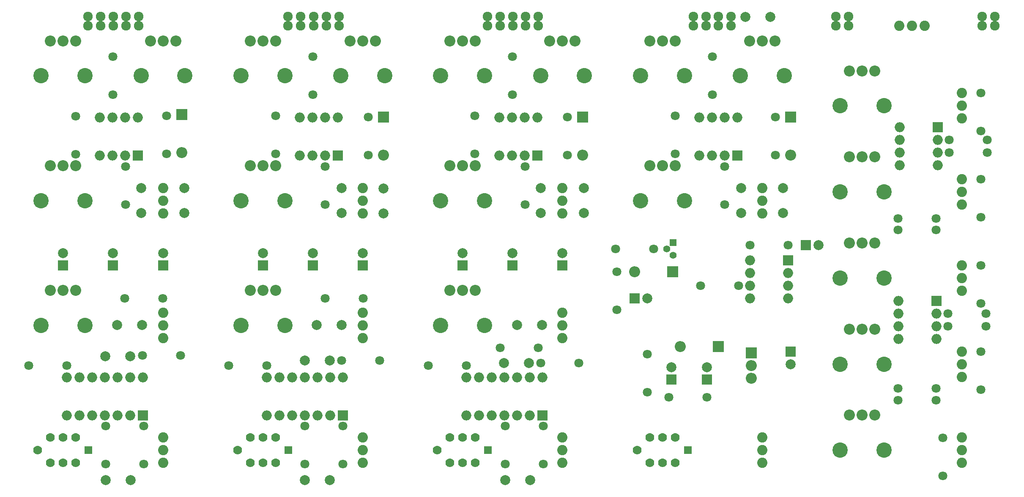
<source format=gbr>
%TF.GenerationSoftware,KiCad,Pcbnew,(2017-09-01 revision 8d1475135)-makepkg*%
%TF.CreationDate,2017-09-04T13:55:26-07:00*%
%TF.ProjectId,SM01,534D30312E6B696361645F7063620000,rev?*%
%TF.SameCoordinates,Original*%
%TF.FileFunction,Soldermask,Bot*%
%TF.FilePolarity,Negative*%
%FSLAX46Y46*%
G04 Gerber Fmt 4.6, Leading zero omitted, Abs format (unit mm)*
G04 Created by KiCad (PCBNEW (2017-09-01 revision 8d1475135)-makepkg) date 09/04/17 13:55:26*
%MOMM*%
%LPD*%
G01*
G04 APERTURE LIST*
%ADD10C,1.797000*%
%ADD11O,2.000000X2.000000*%
%ADD12R,2.000000X2.000000*%
%ADD13C,3.067000*%
%ADD14C,2.203400*%
%ADD15C,1.924000*%
%ADD16R,1.524000X1.524000*%
%ADD17C,1.778000*%
%ADD18C,2.000000*%
%ADD19O,2.200000X2.200000*%
%ADD20R,2.200000X2.200000*%
%ADD21C,2.051000*%
%ADD22R,1.400000X1.400000*%
%ADD23C,1.400000*%
G04 APERTURE END LIST*
D10*
%TO.C,R3*%
X100000000Y88810000D03*
X100000000Y81190000D03*
%TD*%
D11*
%TO.C,U4*%
X26000000Y24620000D03*
X10760000Y17000000D03*
X23460000Y24620000D03*
X13300000Y17000000D03*
X20920000Y24620000D03*
X15840000Y17000000D03*
X18380000Y24620000D03*
X18380000Y17000000D03*
X15840000Y24620000D03*
X20920000Y17000000D03*
X13300000Y24620000D03*
X23460000Y17000000D03*
X10760000Y24620000D03*
D12*
X26000000Y17000000D03*
%TD*%
D13*
%TO.C,DECAY1*%
X5605637Y60001843D03*
X14394037Y60001843D03*
D14*
X12539837Y67012243D03*
X9999837Y67012243D03*
X7459837Y67012243D03*
%TD*%
%TO.C,SENSE1*%
X7459837Y92012243D03*
X9999837Y92012243D03*
X12539837Y92012243D03*
D13*
X14394037Y85001843D03*
X5605637Y85001843D03*
%TD*%
D15*
%TO.C,J9*%
X62738000Y96901000D03*
X60198000Y96901000D03*
X62738000Y94996000D03*
X60198000Y94996000D03*
X65278000Y94996000D03*
X65278000Y96901000D03*
%TD*%
%TO.C,J8*%
X25146000Y96901000D03*
X25146000Y94996000D03*
X20066000Y94996000D03*
X22606000Y94996000D03*
X20066000Y96901000D03*
X22606000Y96901000D03*
%TD*%
%TO.C,J10*%
X102616000Y96901000D03*
X100076000Y96901000D03*
X102616000Y94996000D03*
X100076000Y94996000D03*
X105156000Y94996000D03*
X105156000Y96901000D03*
%TD*%
D16*
%TO.C,LEDSW4*%
X135080000Y10000000D03*
D17*
X124920000Y10000000D03*
X127460000Y7460000D03*
X130000000Y7460000D03*
X132540000Y7460000D03*
X127460000Y12540000D03*
X130000000Y12540000D03*
X132540000Y12540000D03*
%TD*%
%TO.C,LEDSW3*%
X92540000Y12540000D03*
X90000000Y12540000D03*
X87460000Y12540000D03*
X92540000Y7460000D03*
X90000000Y7460000D03*
X87460000Y7460000D03*
X84920000Y10000000D03*
D16*
X95080000Y10000000D03*
%TD*%
%TO.C,LEDSW1*%
X15080000Y10000000D03*
D17*
X4920000Y10000000D03*
X7460000Y7460000D03*
X10000000Y7460000D03*
X12540000Y7460000D03*
X7460000Y12540000D03*
X10000000Y12540000D03*
X12540000Y12540000D03*
%TD*%
%TO.C,LEDSW2*%
X52540000Y12540000D03*
X50000000Y12540000D03*
X47460000Y12540000D03*
X52540000Y7460000D03*
X50000000Y7460000D03*
X47460000Y7460000D03*
X44920000Y10000000D03*
D16*
X55080000Y10000000D03*
%TD*%
D10*
%TO.C,R50*%
X145288000Y42926000D03*
X137668000Y42926000D03*
%TD*%
D18*
%TO.C,C18*%
X23450000Y28860000D03*
X18450000Y28860000D03*
%TD*%
%TO.C,C27*%
X100918000Y35052000D03*
X105918000Y35052000D03*
%TD*%
%TO.C,C26*%
X65786000Y35052000D03*
X60786000Y35052000D03*
%TD*%
%TO.C,C25*%
X20828000Y35052000D03*
X25828000Y35052000D03*
%TD*%
%TO.C,C24*%
X146638000Y96774000D03*
X151638000Y96774000D03*
%TD*%
%TO.C,C23*%
X98552000Y4000000D03*
X103552000Y4000000D03*
%TD*%
%TO.C,C22*%
X63420000Y4000000D03*
X58420000Y4000000D03*
%TD*%
%TO.C,C21*%
X18542000Y4000000D03*
X23542000Y4000000D03*
%TD*%
%TO.C,C20*%
X103298000Y27432000D03*
X98298000Y27432000D03*
%TD*%
%TO.C,C19*%
X58420000Y27940000D03*
X63420000Y27940000D03*
%TD*%
%TO.C,C17*%
X154178000Y57484000D03*
X154178000Y62484000D03*
%TD*%
%TO.C,C16*%
X145796000Y62484000D03*
X145796000Y57484000D03*
%TD*%
%TO.C,C9*%
X114300000Y57484000D03*
X114300000Y62484000D03*
%TD*%
%TO.C,C8*%
X74168000Y62404000D03*
X74168000Y57404000D03*
%TD*%
%TO.C,C7*%
X34290000Y57520000D03*
X34290000Y62520000D03*
%TD*%
%TO.C,C6*%
X105664000Y62484000D03*
X105664000Y57484000D03*
%TD*%
%TO.C,C5*%
X65786000Y57484000D03*
X65786000Y62484000D03*
%TD*%
%TO.C,C4*%
X25654000Y62484000D03*
X25654000Y57484000D03*
%TD*%
%TO.C,C1*%
X155702000Y27218000D03*
D12*
X155702000Y29718000D03*
%TD*%
%TO.C,C2*%
X138938000Y24130000D03*
D18*
X138938000Y26630000D03*
%TD*%
%TO.C,C3*%
X131826000Y26630000D03*
D12*
X131826000Y24130000D03*
%TD*%
%TO.C,C28*%
X10000000Y47000000D03*
D18*
X10000000Y49500000D03*
%TD*%
%TO.C,C30*%
X90000000Y49500000D03*
D12*
X90000000Y47000000D03*
%TD*%
%TO.C,C31*%
X124460000Y40386000D03*
D18*
X126960000Y40386000D03*
%TD*%
%TO.C,C32*%
X161250000Y51054000D03*
D12*
X158750000Y51054000D03*
%TD*%
%TO.C,C29*%
X50000000Y47000000D03*
D18*
X50000000Y49500000D03*
%TD*%
%TO.C,C15*%
X100000000Y49500000D03*
D12*
X100000000Y47000000D03*
%TD*%
%TO.C,C10*%
X30000000Y47000000D03*
D18*
X30000000Y49500000D03*
%TD*%
%TO.C,C11*%
X70000000Y49500000D03*
D12*
X70000000Y47000000D03*
%TD*%
%TO.C,C12*%
X110000000Y47000000D03*
D18*
X110000000Y49500000D03*
%TD*%
%TO.C,C13*%
X20000000Y49500000D03*
D12*
X20000000Y47000000D03*
%TD*%
%TO.C,C14*%
X60000000Y47000000D03*
D18*
X60000000Y49500000D03*
%TD*%
D12*
%TO.C,U6*%
X106000000Y17000000D03*
D11*
X90760000Y24620000D03*
X103460000Y17000000D03*
X93300000Y24620000D03*
X100920000Y17000000D03*
X95840000Y24620000D03*
X98380000Y17000000D03*
X98380000Y24620000D03*
X95840000Y17000000D03*
X100920000Y24620000D03*
X93300000Y17000000D03*
X103460000Y24620000D03*
X90760000Y17000000D03*
X106000000Y24620000D03*
%TD*%
%TO.C,U5*%
X66000000Y24620000D03*
X50760000Y17000000D03*
X63460000Y24620000D03*
X53300000Y17000000D03*
X60920000Y24620000D03*
X55840000Y17000000D03*
X58380000Y24620000D03*
X58380000Y17000000D03*
X55840000Y24620000D03*
X60920000Y17000000D03*
X53300000Y24620000D03*
X63460000Y17000000D03*
X50760000Y24620000D03*
D12*
X66000000Y17000000D03*
%TD*%
D11*
%TO.C,U3*%
X105000000Y76620000D03*
X97380000Y69000000D03*
X102460000Y76620000D03*
X99920000Y69000000D03*
X99920000Y76620000D03*
X102460000Y69000000D03*
X97380000Y76620000D03*
D12*
X105000000Y69000000D03*
%TD*%
%TO.C,U2*%
X65000000Y69000000D03*
D11*
X57380000Y76620000D03*
X62460000Y69000000D03*
X59920000Y76620000D03*
X59920000Y69000000D03*
X62460000Y76620000D03*
X57380000Y69000000D03*
X65000000Y76620000D03*
%TD*%
%TO.C,U1*%
X25000000Y76620000D03*
X17380000Y69000000D03*
X22460000Y76620000D03*
X19920000Y69000000D03*
X19920000Y76620000D03*
X22460000Y69000000D03*
X17380000Y76620000D03*
D12*
X25000000Y69000000D03*
%TD*%
%TO.C,U8*%
X145000000Y69000000D03*
D11*
X137380000Y76620000D03*
X142460000Y69000000D03*
X139920000Y76620000D03*
X139920000Y69000000D03*
X142460000Y76620000D03*
X137380000Y69000000D03*
X145000000Y76620000D03*
%TD*%
%TO.C,U9*%
X177292000Y39878000D03*
X184912000Y32258000D03*
X177292000Y37338000D03*
X184912000Y34798000D03*
X177292000Y34798000D03*
X184912000Y37338000D03*
X177292000Y32258000D03*
D12*
X184912000Y39878000D03*
%TD*%
%TO.C,U10*%
X185166000Y74676000D03*
D11*
X177546000Y67056000D03*
X185166000Y72136000D03*
X177546000Y69596000D03*
X185166000Y69596000D03*
X177546000Y72136000D03*
X185166000Y67056000D03*
X177546000Y74676000D03*
%TD*%
%TO.C,U11*%
X147574000Y48006000D03*
X155194000Y40386000D03*
X147574000Y45466000D03*
X155194000Y42926000D03*
X147574000Y42926000D03*
X155194000Y45466000D03*
X147574000Y40386000D03*
D12*
X155194000Y48006000D03*
%TD*%
D19*
%TO.C,D2*%
X33782000Y69596000D03*
D20*
X33782000Y77216000D03*
%TD*%
%TO.C,D1*%
X141224000Y30734000D03*
D19*
X133604000Y30734000D03*
%TD*%
%TO.C,D5*%
X155702000Y69088000D03*
D20*
X155702000Y76708000D03*
%TD*%
%TO.C,D4*%
X114046000Y76708000D03*
D19*
X114046000Y69088000D03*
%TD*%
%TO.C,D6*%
X124460000Y45720000D03*
D20*
X132080000Y45720000D03*
%TD*%
%TO.C,D3*%
X74168000Y76708000D03*
D19*
X74168000Y69088000D03*
%TD*%
D13*
%TO.C,SENSE2*%
X45605637Y85001843D03*
X54394037Y85001843D03*
D14*
X52539837Y92012243D03*
X49999837Y92012243D03*
X47459837Y92012243D03*
%TD*%
%TO.C,SENSE3*%
X87459837Y92012243D03*
X89999837Y92012243D03*
X92539837Y92012243D03*
D13*
X94394037Y85001843D03*
X85605637Y85001843D03*
%TD*%
%TO.C,SENSE4*%
X125605637Y85001843D03*
X134394037Y85001843D03*
D14*
X132539837Y92012243D03*
X129999837Y92012243D03*
X127459837Y92012243D03*
%TD*%
%TO.C,ATTACK1*%
X27459837Y92012243D03*
X29999837Y92012243D03*
X32539837Y92012243D03*
D13*
X34394037Y85001843D03*
X25605637Y85001843D03*
%TD*%
%TO.C,ATTACK4*%
X145605637Y85001843D03*
X154394037Y85001843D03*
D14*
X152539837Y92012243D03*
X149999837Y92012243D03*
X147459837Y92012243D03*
%TD*%
%TO.C,ATTACK3*%
X107459837Y92012243D03*
X109999837Y92012243D03*
X112539837Y92012243D03*
D13*
X114394037Y85001843D03*
X105605637Y85001843D03*
%TD*%
%TO.C,ATTACK2*%
X65605637Y85001843D03*
X74394037Y85001843D03*
D14*
X72539837Y92012243D03*
X69999837Y92012243D03*
X67459837Y92012243D03*
%TD*%
%TO.C,VOL1*%
X167459837Y86012243D03*
X169999837Y86012243D03*
X172539837Y86012243D03*
D13*
X174394037Y79001843D03*
X165605637Y79001843D03*
%TD*%
D14*
%TO.C,DECAY2*%
X47459837Y67012243D03*
X49999837Y67012243D03*
X52539837Y67012243D03*
D13*
X54394037Y60001843D03*
X45605637Y60001843D03*
%TD*%
%TO.C,DECAY3*%
X85605637Y60001843D03*
X94394037Y60001843D03*
D14*
X92539837Y67012243D03*
X89999837Y67012243D03*
X87459837Y67012243D03*
%TD*%
%TO.C,DECAY4*%
X127459837Y67012243D03*
X129999837Y67012243D03*
X132539837Y67012243D03*
D13*
X134394037Y60001843D03*
X125605637Y60001843D03*
%TD*%
%TO.C,VOL2*%
X165605637Y61751843D03*
X174394037Y61751843D03*
D14*
X172539837Y68762243D03*
X169999837Y68762243D03*
X167459837Y68762243D03*
%TD*%
%TO.C,VOL3*%
X167459837Y51512243D03*
X169999837Y51512243D03*
X172539837Y51512243D03*
D13*
X174394037Y44501843D03*
X165605637Y44501843D03*
%TD*%
%TO.C,VOL4*%
X165605637Y27251843D03*
X174394037Y27251843D03*
D14*
X172539837Y34262243D03*
X169999837Y34262243D03*
X167459837Y34262243D03*
%TD*%
%TO.C,MASTERV1*%
X167459837Y17012243D03*
X169999837Y17012243D03*
X172539837Y17012243D03*
D13*
X174394037Y10001843D03*
X165605637Y10001843D03*
%TD*%
%TO.C,OSC1*%
X5605637Y35001843D03*
X14394037Y35001843D03*
D14*
X12539837Y42012243D03*
X9999837Y42012243D03*
X7459837Y42012243D03*
%TD*%
%TO.C,OSC2*%
X47459837Y42012243D03*
X49999837Y42012243D03*
X52539837Y42012243D03*
D13*
X54394037Y35001843D03*
X45605637Y35001843D03*
%TD*%
%TO.C,OSC3*%
X85605637Y35001843D03*
X94394037Y35001843D03*
D14*
X92539837Y42012243D03*
X89999837Y42012243D03*
X87459837Y42012243D03*
%TD*%
D20*
%TO.C,VREG1*%
X147828000Y29464000D03*
D19*
X147828000Y26924000D03*
X147828000Y24384000D03*
%TD*%
D10*
%TO.C,R17*%
X92456000Y76962000D03*
X92456000Y69342000D03*
%TD*%
%TO.C,R16*%
X52578000Y69342000D03*
X52578000Y76962000D03*
%TD*%
%TO.C,R18*%
X140000000Y88810000D03*
X140000000Y81190000D03*
%TD*%
%TO.C,R14*%
X83140000Y26924000D03*
X90760000Y26924000D03*
%TD*%
%TO.C,R13*%
X50760000Y26924000D03*
X43140000Y26924000D03*
%TD*%
%TO.C,R12*%
X3140000Y26990000D03*
X10760000Y26990000D03*
%TD*%
%TO.C,R11*%
X110998000Y69088000D03*
X110998000Y76708000D03*
%TD*%
%TO.C,R10*%
X71120000Y76708000D03*
X71120000Y69088000D03*
%TD*%
%TO.C,R9*%
X30734000Y69342000D03*
X30734000Y76962000D03*
%TD*%
%TO.C,R8*%
X127000000Y29210000D03*
X127000000Y21590000D03*
%TD*%
%TO.C,R7*%
X138938000Y20574000D03*
X131318000Y20574000D03*
%TD*%
%TO.C,R6*%
X102500000Y59190000D03*
X102500000Y66810000D03*
%TD*%
%TO.C,R5*%
X62484000Y66810000D03*
X62484000Y59190000D03*
%TD*%
%TO.C,R4*%
X22500000Y59190000D03*
X22500000Y66810000D03*
%TD*%
%TO.C,R2*%
X60000000Y81190000D03*
X60000000Y88810000D03*
%TD*%
%TO.C,R1*%
X20000000Y88810000D03*
X20000000Y81190000D03*
%TD*%
%TO.C,R15*%
X12520000Y69290000D03*
X12520000Y76910000D03*
%TD*%
%TO.C,R19*%
X142500000Y66810000D03*
X142500000Y59190000D03*
%TD*%
%TO.C,R20*%
X152654000Y76708000D03*
X152654000Y69088000D03*
%TD*%
%TO.C,R21*%
X33528000Y28956000D03*
X25908000Y28956000D03*
%TD*%
%TO.C,R22*%
X65786000Y27940000D03*
X73406000Y27940000D03*
%TD*%
%TO.C,R23*%
X113284000Y27432000D03*
X105664000Y27432000D03*
%TD*%
%TO.C,R24*%
X26162000Y7190000D03*
X26162000Y14810000D03*
%TD*%
%TO.C,R25*%
X66040000Y14810000D03*
X66040000Y7190000D03*
%TD*%
%TO.C,R49*%
X186182000Y4826000D03*
X186182000Y12446000D03*
%TD*%
%TO.C,R48*%
X155194000Y51054000D03*
X147574000Y51054000D03*
%TD*%
%TO.C,R47*%
X193802000Y39370000D03*
X193802000Y46990000D03*
%TD*%
%TO.C,R46*%
X193802000Y64262000D03*
X193802000Y56642000D03*
%TD*%
%TO.C,R45*%
X193802000Y73914000D03*
X193802000Y81534000D03*
%TD*%
%TO.C,R44*%
X193802000Y29718000D03*
X193802000Y22098000D03*
%TD*%
%TO.C,R43*%
X187198000Y37338000D03*
X194818000Y37338000D03*
%TD*%
%TO.C,R26*%
X106172000Y14810000D03*
X106172000Y7190000D03*
%TD*%
%TO.C,R27*%
X132588000Y69342000D03*
X132588000Y76962000D03*
%TD*%
%TO.C,R28*%
X22352000Y40386000D03*
X29972000Y40386000D03*
%TD*%
%TO.C,R29*%
X70104000Y40386000D03*
X62484000Y40386000D03*
%TD*%
%TO.C,R30*%
X97536000Y30480000D03*
X105156000Y30480000D03*
%TD*%
%TO.C,R31*%
X18500000Y14810000D03*
X18500000Y7190000D03*
%TD*%
%TO.C,R32*%
X58420000Y7190000D03*
X58420000Y14810000D03*
%TD*%
%TO.C,R33*%
X98552000Y14810000D03*
X98552000Y7190000D03*
%TD*%
%TO.C,R34*%
X120650000Y50292000D03*
X128270000Y50292000D03*
%TD*%
%TO.C,R35*%
X120904000Y38100000D03*
X120904000Y45720000D03*
%TD*%
%TO.C,R36*%
X184810000Y20000000D03*
X177190000Y20000000D03*
%TD*%
%TO.C,R37*%
X187452000Y72136000D03*
X195072000Y72136000D03*
%TD*%
%TO.C,R38*%
X177190000Y54102000D03*
X184810000Y54102000D03*
%TD*%
%TO.C,R39*%
X187198000Y34798000D03*
X194818000Y34798000D03*
%TD*%
%TO.C,R40*%
X177190000Y22352000D03*
X184810000Y22352000D03*
%TD*%
%TO.C,R41*%
X187452000Y69596000D03*
X195072000Y69596000D03*
%TD*%
%TO.C,R42*%
X177190000Y56388000D03*
X184810000Y56388000D03*
%TD*%
D21*
%TO.C,SW1*%
X30000000Y12540000D03*
X30000000Y10000000D03*
X30000000Y7460000D03*
%TD*%
%TO.C,SW2*%
X70000000Y7460000D03*
X70000000Y10000000D03*
X70000000Y12540000D03*
%TD*%
%TO.C,SW3*%
X110000000Y12540000D03*
X110000000Y10000000D03*
X110000000Y7460000D03*
%TD*%
%TO.C,SW4*%
X182540000Y95000000D03*
X180000000Y95000000D03*
X177460000Y95000000D03*
%TD*%
%TO.C,SW8*%
X150000000Y7460000D03*
X150000000Y10000000D03*
X150000000Y12540000D03*
%TD*%
%TO.C,SW9*%
X30000000Y62540000D03*
X30000000Y60000000D03*
X30000000Y57460000D03*
%TD*%
%TO.C,SW10*%
X70000000Y57460000D03*
X70000000Y60000000D03*
X70000000Y62540000D03*
%TD*%
%TO.C,SW11*%
X110000000Y62540000D03*
X110000000Y60000000D03*
X110000000Y57460000D03*
%TD*%
%TO.C,SW13*%
X150000000Y62540000D03*
X150000000Y60000000D03*
X150000000Y57460000D03*
%TD*%
%TO.C,SW14*%
X30000000Y32460000D03*
X30000000Y35000000D03*
X30000000Y37540000D03*
%TD*%
%TO.C,SW15*%
X70000000Y37540000D03*
X70000000Y35000000D03*
X70000000Y32460000D03*
%TD*%
%TO.C,SW16*%
X110000000Y32460000D03*
X110000000Y35000000D03*
X110000000Y37540000D03*
%TD*%
%TO.C,SW17*%
X190000000Y29790000D03*
X190000000Y27250000D03*
X190000000Y24710000D03*
%TD*%
%TO.C,SW18*%
X190000000Y76460000D03*
X190000000Y79000000D03*
X190000000Y81540000D03*
%TD*%
%TO.C,SW19*%
X190000000Y64290000D03*
X190000000Y61750000D03*
X190000000Y59210000D03*
%TD*%
%TO.C,SW20*%
X190000000Y41960000D03*
X190000000Y44500000D03*
X190000000Y47040000D03*
%TD*%
%TO.C,SW21*%
X190000000Y12540000D03*
X190000000Y10000000D03*
X190000000Y7460000D03*
%TD*%
D22*
%TO.C,Q1*%
X132139362Y51562000D03*
D23*
X132139362Y49022000D03*
X130869362Y50292000D03*
%TD*%
D15*
%TO.C,J4*%
X194056000Y94996000D03*
X196596000Y94996000D03*
X194056000Y96901000D03*
X196596000Y96901000D03*
%TD*%
%TO.C,J1*%
X17520000Y96905000D03*
X14980000Y96905000D03*
X17520000Y95000000D03*
X14980000Y95000000D03*
%TD*%
%TO.C,J2*%
X54980000Y95000000D03*
X57520000Y95000000D03*
X54980000Y96905000D03*
X57520000Y96905000D03*
%TD*%
%TO.C,J3*%
X97520000Y96905000D03*
X94980000Y96905000D03*
X97520000Y95000000D03*
X94980000Y95000000D03*
%TD*%
%TO.C,J5*%
X136230000Y95000000D03*
X138770000Y95000000D03*
X136230000Y96905000D03*
X138770000Y96905000D03*
%TD*%
%TO.C,J6*%
X143770000Y96905000D03*
X141230000Y96905000D03*
X143770000Y95000000D03*
X141230000Y95000000D03*
%TD*%
%TO.C,J7*%
X164730000Y95000000D03*
X167270000Y95000000D03*
X164730000Y96905000D03*
X167270000Y96905000D03*
%TD*%
M02*

</source>
